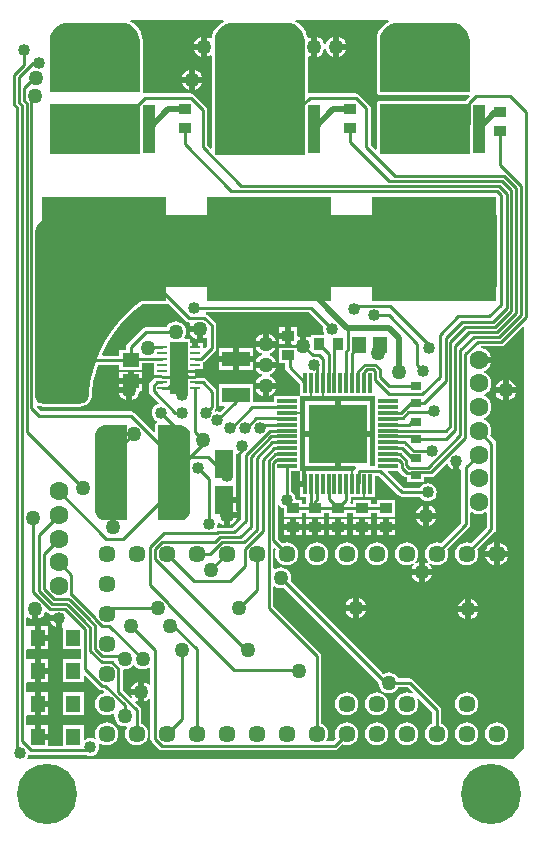
<source format=gtl>
G04 Layer_Physical_Order=1*
G04 Layer_Color=255*
%FSAX24Y24*%
%MOIN*%
G70*
G01*
G75*
%ADD10R,0.0480X0.0560*%
%ADD11R,0.0925X0.0512*%
G04:AMPARAMS|DCode=12|XSize=106.3mil|YSize=315mil|CornerRadius=53.2mil|HoleSize=0mil|Usage=FLASHONLY|Rotation=0.000|XOffset=0mil|YOffset=0mil|HoleType=Round|Shape=RoundedRectangle|*
%AMROUNDEDRECTD12*
21,1,0.1063,0.2087,0,0,0.0*
21,1,0.0000,0.3150,0,0,0.0*
1,1,0.1063,0.0000,-0.1043*
1,1,0.1063,0.0000,-0.1043*
1,1,0.1063,0.0000,0.1043*
1,1,0.1063,0.0000,0.1043*
%
%ADD12ROUNDEDRECTD12*%
%ADD13R,0.0394X0.0354*%
%ADD14R,0.1969X0.1969*%
%ADD15R,0.0669X0.0118*%
%ADD16R,0.0118X0.0669*%
%ADD17R,0.0610X0.0945*%
%ADD18R,0.0571X0.0453*%
%ADD19R,0.0354X0.0098*%
%ADD20R,0.0587X0.1732*%
%ADD21R,0.0354X0.0394*%
%ADD22R,0.0453X0.0571*%
%ADD23R,0.4173X0.3465*%
%ADD24R,0.0413X0.1634*%
%ADD25R,0.0354X0.0276*%
%ADD26C,0.0100*%
%ADD27C,0.0200*%
%ADD28R,0.3005X0.1700*%
%ADD29C,0.0630*%
%ADD30C,0.0570*%
%ADD31C,0.2010*%
%ADD32C,0.0500*%
%ADD33C,0.0400*%
%ADD34C,0.0200*%
G36*
X066418Y040691D02*
X066531Y040657D01*
X066635Y040601D01*
X066726Y040526D01*
X066801Y040435D01*
X066857Y040331D01*
X066891Y040218D01*
X066900Y040129D01*
X066900Y040100D01*
X066900Y038400D01*
X063900D01*
Y040100D01*
Y040129D01*
X063909Y040218D01*
X063943Y040331D01*
X063999Y040435D01*
X064074Y040526D01*
X064165Y040601D01*
X064269Y040657D01*
X064382Y040691D01*
X064471Y040700D01*
X064500D01*
X066300Y040700D01*
X066329Y040700D01*
X066418Y040691D01*
D02*
G37*
G36*
X055418D02*
X055531Y040657D01*
X055635Y040601D01*
X055726Y040526D01*
X055801Y040435D01*
X055857Y040331D01*
X055891Y040218D01*
X055900Y040129D01*
X055900Y040100D01*
X055900Y038400D01*
X052900D01*
Y040100D01*
Y040129D01*
X052909Y040218D01*
X052943Y040331D01*
X052999Y040435D01*
X053074Y040526D01*
X053165Y040601D01*
X053269Y040657D01*
X053382Y040691D01*
X053471Y040700D01*
X053500D01*
X055300Y040700D01*
X055329Y040700D01*
X055418Y040691D01*
D02*
G37*
G36*
X067800Y031900D02*
X056714Y031900D01*
X056714Y031900D01*
X056640Y031865D01*
X056425Y031747D01*
X056200Y031586D01*
X056130Y031526D01*
Y031526D01*
X056016Y031453D01*
X055691Y031209D01*
X055422Y030962D01*
X055175Y030693D01*
X054952Y030403D01*
X054756Y030095D01*
X054587Y029770D01*
X054447Y029433D01*
X054337Y029084D01*
X054258Y028727D01*
X054217Y028403D01*
X054209Y028295D01*
X054209Y028295D01*
X054207Y028259D01*
X054170Y028157D01*
X054119Y028091D01*
X054053Y028040D01*
X053975Y028008D01*
X053913Y028000D01*
X053893D01*
X052700Y028000D01*
Y028000D01*
X052680D01*
X052622Y028008D01*
X052549Y028038D01*
X052486Y028086D01*
X052438Y028149D01*
X052408Y028222D01*
X052400Y028280D01*
Y028300D01*
Y033600D01*
Y033634D01*
X052410Y033737D01*
X052450Y033869D01*
X052515Y033991D01*
X052603Y034097D01*
X052709Y034185D01*
X052831Y034250D01*
X052963Y034290D01*
X053066Y034300D01*
X053100D01*
X067800Y034300D01*
Y031900D01*
D02*
G37*
G36*
X056375Y029054D02*
X056374D01*
Y029005D01*
X056375D01*
Y028954D01*
X056651D01*
Y028859D01*
X056467D01*
X056467Y028859D01*
X056448Y028856D01*
X056375D01*
Y028825D01*
X056374Y028824D01*
Y028824D01*
X056360Y028815D01*
X056360Y028815D01*
X056258Y028712D01*
X056225Y028663D01*
X056213Y028605D01*
X056213Y028605D01*
Y028417D01*
X056213Y028417D01*
X056225Y028359D01*
X056258Y028310D01*
X056530Y028037D01*
X056511Y027986D01*
X056449Y027961D01*
X056387Y027913D01*
X056339Y027850D01*
X056309Y027778D01*
X056299Y027700D01*
X056309Y027622D01*
X056339Y027550D01*
X056387Y027487D01*
X056449Y027439D01*
X056491Y027422D01*
X056486Y027370D01*
X056473Y027368D01*
X056441Y027346D01*
X056419Y027313D01*
X056411Y027275D01*
Y027076D01*
X056365Y027057D01*
X055715Y027707D01*
X055666Y027740D01*
X055608Y027751D01*
X055608Y027751D01*
X052613D01*
X052470Y027894D01*
X052467Y027909D01*
X052469Y027913D01*
X052471Y027916D01*
X052479Y027922D01*
X052529Y027937D01*
X052583Y027915D01*
X052596Y027912D01*
X052609Y027908D01*
X052667Y027901D01*
X052674Y027901D01*
X052680Y027900D01*
X052700D01*
X052700Y027900D01*
X053913Y027900D01*
X053920Y027901D01*
X053927Y027901D01*
X053989Y027909D01*
X054001Y027913D01*
X054014Y027915D01*
X054091Y027947D01*
X054102Y027955D01*
X054114Y027961D01*
X054180Y028011D01*
X054189Y028021D01*
X054199Y028030D01*
X054249Y028096D01*
X054256Y028110D01*
X054264Y028123D01*
X054301Y028225D01*
X054303Y028238D01*
X054307Y028252D01*
X054309Y028287D01*
X054309Y028287D01*
X054309Y028287D01*
X054309Y028288D01*
X054309Y028288D01*
X054317Y028394D01*
X054357Y028710D01*
X054434Y029058D01*
X054512Y029303D01*
X055216D01*
Y029130D01*
X055984D01*
Y029344D01*
X056375D01*
Y029054D01*
D02*
G37*
G36*
X055488Y024125D02*
X054701D01*
X054643Y024133D01*
X054572Y024163D01*
X054510Y024210D01*
X054463Y024272D01*
X054433Y024343D01*
X054425Y024401D01*
Y024420D01*
Y026980D01*
Y026999D01*
X054433Y027057D01*
X054463Y027128D01*
X054510Y027190D01*
X054572Y027237D01*
X054643Y027267D01*
X054701Y027275D01*
X054720Y027275D01*
Y027275D01*
X055488D01*
Y024125D01*
D02*
G37*
G36*
X068700Y030546D02*
Y016800D01*
Y016500D01*
X068350Y016150D01*
X052179D01*
X052157Y016195D01*
X052161Y016200D01*
X052189Y016269D01*
X052194Y016276D01*
X052199Y016281D01*
X052245Y016305D01*
X052276Y016299D01*
X052276Y016299D01*
X054103D01*
X054173Y016270D01*
X054250Y016260D01*
X054328Y016270D01*
X054401Y016300D01*
X054463Y016348D01*
X054511Y016410D01*
X054541Y016483D01*
X054552Y016561D01*
X054541Y016639D01*
X054533Y016659D01*
X054574Y016690D01*
X054607Y016665D01*
X054700Y016626D01*
X054800Y016613D01*
X054900Y016626D01*
X054993Y016665D01*
X055073Y016727D01*
X055135Y016807D01*
X055174Y016900D01*
X055187Y017000D01*
X055174Y017100D01*
X055135Y017193D01*
X055073Y017273D01*
X054993Y017335D01*
X054900Y017374D01*
X054800Y017387D01*
X054700Y017374D01*
X054607Y017335D01*
X054527Y017273D01*
X054465Y017193D01*
X054426Y017100D01*
X054413Y017000D01*
X054426Y016900D01*
X054448Y016849D01*
X054407Y016817D01*
X054401Y016821D01*
X054328Y016851D01*
X054250Y016862D01*
X054173Y016851D01*
X054100Y016821D01*
X054079Y016805D01*
X054029Y016830D01*
Y017278D01*
X053352D01*
Y016601D01*
X052840D01*
Y016800D01*
X052500D01*
Y016900D01*
X052400D01*
Y017280D01*
X052160D01*
X052124Y017314D01*
Y017586D01*
X052160Y017620D01*
X052174Y017620D01*
X052400D01*
Y018000D01*
Y018380D01*
X052174D01*
X052160Y018380D01*
X052124Y018414D01*
Y018686D01*
X052160Y018720D01*
X052174Y018720D01*
X052400D01*
Y019100D01*
Y019480D01*
X052174D01*
X052160Y019480D01*
X052124Y019514D01*
Y019786D01*
X052160Y019820D01*
X052174Y019820D01*
X052400D01*
Y020200D01*
Y020580D01*
X052174D01*
X052160Y020580D01*
X052124Y020614D01*
Y020857D01*
X052174Y020882D01*
X052223Y020844D01*
X052300Y020813D01*
Y021150D01*
X052500D01*
Y020813D01*
X052577Y020844D01*
X052650Y020900D01*
X052706Y020973D01*
X052738Y021052D01*
X052786Y021074D01*
X052787Y021074D01*
X052810Y021052D01*
X052810Y021052D01*
X052859Y021019D01*
X052889Y021013D01*
X052919Y020965D01*
X052920Y020958D01*
X052917Y020950D01*
X053200D01*
Y020850D01*
X053300D01*
Y020567D01*
X053302Y020568D01*
X053352Y020534D01*
Y019822D01*
X053937D01*
Y019478D01*
X053352D01*
Y018722D01*
X054029D01*
Y018934D01*
X054075Y018954D01*
X054530Y018499D01*
X054530Y018499D01*
X054579Y018466D01*
X054637Y018455D01*
X054637Y018455D01*
X054689D01*
X054722Y018422D01*
X054706Y018374D01*
X054700Y018374D01*
X054607Y018335D01*
X054527Y018273D01*
X054465Y018193D01*
X054426Y018100D01*
X054413Y018000D01*
X054426Y017900D01*
X054465Y017807D01*
X054527Y017727D01*
X054607Y017665D01*
X054700Y017626D01*
X054800Y017613D01*
X054900Y017626D01*
X054993Y017665D01*
X055008Y017676D01*
X055055Y017649D01*
X055049Y017600D01*
X055061Y017509D01*
X055096Y017424D01*
X055152Y017351D01*
X055224Y017296D01*
X055309Y017261D01*
X055400Y017249D01*
X055449Y017255D01*
X055476Y017208D01*
X055465Y017193D01*
X055426Y017100D01*
X055413Y017000D01*
X055426Y016900D01*
X055465Y016807D01*
X055527Y016727D01*
X055607Y016665D01*
X055700Y016626D01*
X055800Y016613D01*
X055900Y016626D01*
X055993Y016665D01*
X056073Y016727D01*
X056135Y016807D01*
X056174Y016900D01*
X056187Y017000D01*
X056174Y017100D01*
X056135Y017193D01*
X056073Y017273D01*
X055993Y017335D01*
X055951Y017352D01*
Y017782D01*
X055951Y017782D01*
X055940Y017840D01*
X055907Y017889D01*
X055907Y017889D01*
X055737Y018059D01*
X055770Y018097D01*
X055773Y018094D01*
X055850Y018063D01*
Y018300D01*
X055613D01*
X055644Y018223D01*
X055647Y018220D01*
X055609Y018187D01*
X055345Y018451D01*
Y019118D01*
X055383Y019151D01*
X055400Y019149D01*
X055491Y019161D01*
X055576Y019196D01*
X055648Y019252D01*
X055675Y019286D01*
X055725D01*
X055752Y019252D01*
X055824Y019196D01*
X055909Y019161D01*
X056000Y019149D01*
X056091Y019161D01*
X056176Y019196D01*
X056205Y019218D01*
X056255Y019193D01*
Y018656D01*
X056207Y018640D01*
X056200Y018650D01*
X056127Y018706D01*
X056050Y018737D01*
Y018400D01*
Y018063D01*
X056127Y018094D01*
X056200Y018150D01*
X056207Y018160D01*
X056255Y018144D01*
Y016837D01*
X056255Y016837D01*
X056266Y016779D01*
X056299Y016730D01*
X056530Y016499D01*
X056530Y016499D01*
X056579Y016466D01*
X056637Y016455D01*
X058370D01*
X058400Y016449D01*
X062400D01*
X062400Y016449D01*
X062458Y016460D01*
X062507Y016493D01*
X062658Y016644D01*
X062700Y016626D01*
X062800Y016613D01*
X062900Y016626D01*
X062993Y016665D01*
X063073Y016727D01*
X063135Y016807D01*
X063174Y016900D01*
X063187Y017000D01*
X063174Y017100D01*
X063135Y017193D01*
X063073Y017273D01*
X062993Y017335D01*
X062900Y017374D01*
X062800Y017387D01*
X062700Y017374D01*
X062607Y017335D01*
X062527Y017273D01*
X062465Y017193D01*
X062426Y017100D01*
X062413Y017000D01*
X062426Y016900D01*
X062444Y016858D01*
X062337Y016751D01*
X062149D01*
X062127Y016796D01*
X062135Y016807D01*
X062174Y016900D01*
X062187Y017000D01*
X062174Y017100D01*
X062135Y017193D01*
X062073Y017273D01*
X061993Y017335D01*
X061951Y017352D01*
Y019600D01*
X061940Y019658D01*
X061907Y019707D01*
X061907Y019707D01*
X060349Y021265D01*
Y021891D01*
X060399Y021915D01*
X060424Y021896D01*
X060509Y021861D01*
X060600Y021849D01*
X060691Y021861D01*
X060715Y021871D01*
X063853Y018733D01*
X063849Y018700D01*
X063861Y018609D01*
X063896Y018524D01*
X063952Y018451D01*
X064024Y018396D01*
X064109Y018361D01*
X064200Y018349D01*
X064291Y018361D01*
X064376Y018396D01*
X064448Y018451D01*
X064504Y018524D01*
X064514Y018549D01*
X064837D01*
X064999Y018387D01*
X064971Y018344D01*
X064900Y018374D01*
X064800Y018387D01*
X064700Y018374D01*
X064607Y018335D01*
X064527Y018273D01*
X064465Y018193D01*
X064426Y018100D01*
X064413Y018000D01*
X064426Y017900D01*
X064465Y017807D01*
X064527Y017727D01*
X064607Y017665D01*
X064700Y017626D01*
X064800Y017613D01*
X064900Y017626D01*
X064993Y017665D01*
X065073Y017727D01*
X065135Y017807D01*
X065174Y017900D01*
X065187Y018000D01*
X065174Y018100D01*
X065144Y018171D01*
X065187Y018199D01*
X065649Y017737D01*
Y017352D01*
X065607Y017335D01*
X065527Y017273D01*
X065465Y017193D01*
X065426Y017100D01*
X065413Y017000D01*
X065426Y016900D01*
X065465Y016807D01*
X065527Y016727D01*
X065607Y016665D01*
X065700Y016626D01*
X065800Y016613D01*
X065900Y016626D01*
X065993Y016665D01*
X066073Y016727D01*
X066135Y016807D01*
X066174Y016900D01*
X066187Y017000D01*
X066174Y017100D01*
X066135Y017193D01*
X066073Y017273D01*
X065993Y017335D01*
X065951Y017352D01*
Y017800D01*
X065940Y017858D01*
X065907Y017907D01*
X065907Y017907D01*
X065007Y018807D01*
X064958Y018840D01*
X064900Y018851D01*
X064900Y018851D01*
X064514D01*
X064504Y018876D01*
X064448Y018949D01*
X064376Y019004D01*
X064291Y019039D01*
X064200Y019051D01*
X064109Y019039D01*
X064024Y019004D01*
X064016Y018998D01*
X060929Y022085D01*
X060939Y022109D01*
X060951Y022200D01*
X060939Y022291D01*
X060904Y022376D01*
X060848Y022448D01*
X060776Y022504D01*
X060691Y022539D01*
X060600Y022551D01*
X060509Y022539D01*
X060424Y022504D01*
X060399Y022485D01*
X060349Y022509D01*
Y023172D01*
X060395Y023191D01*
X060444Y023142D01*
X060426Y023100D01*
X060413Y023000D01*
X060426Y022900D01*
X060465Y022807D01*
X060527Y022727D01*
X060607Y022665D01*
X060700Y022626D01*
X060800Y022613D01*
X060900Y022626D01*
X060993Y022665D01*
X061073Y022727D01*
X061135Y022807D01*
X061174Y022900D01*
X061187Y023000D01*
X061174Y023100D01*
X061135Y023193D01*
X061073Y023273D01*
X060993Y023335D01*
X060900Y023374D01*
X060800Y023387D01*
X060700Y023374D01*
X060658Y023356D01*
X060508Y023506D01*
Y024609D01*
X060558Y024626D01*
X060587Y024587D01*
X060649Y024539D01*
X060705Y024516D01*
Y024239D01*
X061295D01*
Y024364D01*
X061455D01*
Y024239D01*
X062045D01*
Y024364D01*
X062205D01*
Y024239D01*
X062795D01*
Y024364D01*
X063005D01*
Y024239D01*
X063595D01*
Y024364D01*
X063805D01*
Y024239D01*
X064395D01*
Y024791D01*
X063805D01*
Y024666D01*
X063595D01*
Y024791D01*
X063005D01*
Y024666D01*
X062934D01*
X062909Y024716D01*
X062928Y024745D01*
X062940Y024803D01*
X062940Y024803D01*
Y024879D01*
X063144D01*
Y024881D01*
X063220D01*
Y024879D01*
X063279D01*
Y024881D01*
X063339D01*
Y025268D01*
X063350Y025285D01*
X063356Y025314D01*
X063418D01*
Y024881D01*
X063479D01*
Y024879D01*
X063538D01*
Y024881D01*
X063733D01*
Y025606D01*
X063798D01*
X063806Y025605D01*
X063860D01*
X064521Y024943D01*
X064570Y024910D01*
X064628Y024899D01*
X064628Y024899D01*
X065240D01*
X065287Y024837D01*
X065349Y024789D01*
X065422Y024759D01*
X065500Y024749D01*
X065578Y024759D01*
X065651Y024789D01*
X065713Y024837D01*
X065761Y024899D01*
X065791Y024972D01*
X065801Y025050D01*
X065791Y025128D01*
X065761Y025201D01*
X065713Y025263D01*
X065651Y025311D01*
X065578Y025341D01*
X065500Y025351D01*
X065422Y025341D01*
X065349Y025311D01*
X065287Y025263D01*
X065240Y025201D01*
X064691D01*
X064172Y025720D01*
X064191Y025767D01*
X064520D01*
X064523Y025763D01*
X064693Y025593D01*
X064742Y025560D01*
X064800Y025549D01*
X064824Y025509D01*
Y025388D01*
X065376D01*
Y025561D01*
X065612D01*
X065612Y025561D01*
X065670Y025572D01*
X065719Y025605D01*
X066113Y025999D01*
X066172Y025987D01*
X066188Y025949D01*
X066236Y025886D01*
X066299Y025838D01*
X066350Y025817D01*
Y026100D01*
X066550D01*
Y025817D01*
X066575Y025827D01*
X066625Y025796D01*
Y024039D01*
X065942Y023356D01*
X065900Y023374D01*
X065800Y023387D01*
X065700Y023374D01*
X065607Y023335D01*
X065527Y023273D01*
X065465Y023193D01*
X065426Y023100D01*
X065413Y023000D01*
X065426Y022900D01*
X065465Y022807D01*
X065519Y022736D01*
X065484Y022700D01*
X065477Y022706D01*
X065400Y022737D01*
Y022500D01*
X065637D01*
X065606Y022577D01*
X065557Y022640D01*
X065592Y022676D01*
X065607Y022665D01*
X065700Y022626D01*
X065800Y022613D01*
X065900Y022626D01*
X065993Y022665D01*
X066073Y022727D01*
X066135Y022807D01*
X066174Y022900D01*
X066187Y023000D01*
X066174Y023100D01*
X066156Y023142D01*
X066883Y023869D01*
X066883Y023869D01*
X066916Y023918D01*
X066927Y023976D01*
X066927Y023976D01*
Y024369D01*
X066972Y024392D01*
X066992Y024377D01*
X067092Y024335D01*
X067200Y024321D01*
X067308Y024335D01*
X067408Y024377D01*
X067428Y024392D01*
X067473Y024369D01*
Y023887D01*
X066942Y023356D01*
X066900Y023374D01*
X066800Y023387D01*
X066700Y023374D01*
X066607Y023335D01*
X066527Y023273D01*
X066465Y023193D01*
X066426Y023100D01*
X066413Y023000D01*
X066426Y022900D01*
X066465Y022807D01*
X066527Y022727D01*
X066607Y022665D01*
X066700Y022626D01*
X066800Y022613D01*
X066900Y022626D01*
X066993Y022665D01*
X067073Y022727D01*
X067135Y022807D01*
X067174Y022900D01*
X067187Y023000D01*
X067174Y023100D01*
X067156Y023142D01*
X067731Y023717D01*
X067731Y023717D01*
X067764Y023766D01*
X067775Y023824D01*
X067775Y023824D01*
Y026673D01*
X067764Y026731D01*
X067731Y026780D01*
X067731Y026780D01*
X067579Y026932D01*
X067603Y026989D01*
X067617Y027097D01*
X067603Y027205D01*
X067561Y027306D01*
X067495Y027392D01*
X067408Y027459D01*
X067387Y027467D01*
Y027517D01*
X067408Y027526D01*
X067495Y027593D01*
X067561Y027679D01*
X067603Y027779D01*
X067617Y027887D01*
X067603Y027995D01*
X067561Y028096D01*
X067495Y028182D01*
X067408Y028249D01*
X067390Y028256D01*
Y028306D01*
X067408Y028314D01*
X067495Y028380D01*
X067561Y028466D01*
X067603Y028567D01*
X067617Y028675D01*
X067603Y028783D01*
X067561Y028883D01*
X067495Y028970D01*
X067408Y029036D01*
X067392Y029043D01*
Y029093D01*
X067409Y029100D01*
X067496Y029166D01*
X067562Y029253D01*
X067604Y029354D01*
X067605Y029362D01*
X067200D01*
Y029562D01*
X067605D01*
X067604Y029571D01*
X067562Y029671D01*
X067496Y029758D01*
X067409Y029825D01*
X067308Y029867D01*
X067271Y029871D01*
X067274Y029922D01*
X067948D01*
X067948Y029922D01*
X068006Y029933D01*
X068055Y029966D01*
X068654Y030565D01*
X068700Y030546D01*
D02*
G37*
G36*
X057434Y030752D02*
X057434Y030752D01*
X057483Y030719D01*
X057541Y030708D01*
X057541Y030708D01*
X057560D01*
X057586Y030658D01*
X057563Y030600D01*
X057900D01*
Y030500D01*
X058000D01*
Y030163D01*
X058077Y030194D01*
X058104Y030215D01*
X058149Y030193D01*
Y029925D01*
X058073Y029849D01*
X058026Y029868D01*
Y030038D01*
X057849D01*
Y029889D01*
X057649D01*
Y030038D01*
X057593D01*
Y030166D01*
X057416D01*
X057394Y030211D01*
X057404Y030224D01*
X057439Y030309D01*
X057451Y030400D01*
X057439Y030491D01*
X057404Y030576D01*
X057348Y030649D01*
X057276Y030704D01*
X057191Y030739D01*
X057100Y030751D01*
X057009Y030739D01*
X056924Y030704D01*
X056852Y030649D01*
X056796Y030576D01*
X056786Y030551D01*
X056100D01*
X056042Y030540D01*
X055993Y030507D01*
X055993Y030507D01*
X055493Y030007D01*
X055460Y029958D01*
X055449Y029900D01*
X055449Y029900D01*
Y029779D01*
X055216D01*
Y029606D01*
X054673D01*
X054645Y029647D01*
X054678Y029728D01*
X054843Y030044D01*
X055035Y030345D01*
X055252Y030628D01*
X055493Y030891D01*
X055755Y031132D01*
X055998Y031314D01*
X056872D01*
X057434Y030752D01*
D02*
G37*
G36*
X062009Y030577D02*
X061999Y030500D01*
X062009Y030422D01*
X062039Y030350D01*
X062047Y030340D01*
X062024Y030295D01*
X061609D01*
Y030232D01*
X061559Y030208D01*
X061532Y030229D01*
X061456Y030260D01*
Y029923D01*
X061256D01*
Y030260D01*
X061197Y030236D01*
X061147Y030261D01*
Y030542D01*
X060950D01*
Y030265D01*
Y029988D01*
X060966D01*
X060996Y029947D01*
X060982Y029911D01*
X060555D01*
Y029359D01*
X060749D01*
Y029210D01*
X060749Y029210D01*
X060760Y029152D01*
X060793Y029103D01*
X061253Y028643D01*
Y028289D01*
X061239Y028260D01*
X061211Y028247D01*
X060367D01*
Y028044D01*
X059661D01*
Y028650D01*
X058539D01*
Y027941D01*
X058711D01*
X058730Y027895D01*
X058571Y027736D01*
X058494Y027746D01*
X058416Y027736D01*
X058414Y027737D01*
X058407Y027793D01*
X058407Y027793D01*
X058407Y027793D01*
X058440Y027842D01*
X058451Y027900D01*
X058451Y027900D01*
Y028405D01*
X058451Y028405D01*
X058440Y028463D01*
X058407Y028512D01*
X058407Y028512D01*
X058104Y028815D01*
X058055Y028848D01*
X058026Y028853D01*
Y028853D01*
X058025Y028854D01*
Y028856D01*
X058015D01*
X057997Y028859D01*
X057749D01*
Y029005D01*
D01*
Y029151D01*
X058025D01*
Y029202D01*
X058026D01*
Y029251D01*
X058025D01*
Y029378D01*
X058040Y029388D01*
X058407Y029755D01*
X058440Y029804D01*
X058451Y029862D01*
X058451Y029862D01*
Y030608D01*
X058451Y030608D01*
X058440Y030666D01*
X058407Y030715D01*
X058407Y030715D01*
X058156Y030966D01*
X058107Y030999D01*
X058113Y031049D01*
X061537D01*
X062009Y030577D01*
D02*
G37*
G36*
X057357Y027267D02*
X057428Y027237D01*
X057490Y027190D01*
X057537Y027128D01*
X057567Y027057D01*
X057575Y026999D01*
Y026980D01*
Y024420D01*
Y024401D01*
X057567Y024343D01*
X057537Y024272D01*
X057490Y024210D01*
X057428Y024163D01*
X057357Y024133D01*
X057299Y024125D01*
X056512D01*
Y027275D01*
X057299D01*
X057357Y027267D01*
D02*
G37*
G36*
X064186Y040800D02*
X064209Y040773D01*
X064200Y040734D01*
X064118Y040690D01*
X064110Y040684D01*
X064101Y040679D01*
X064010Y040604D01*
X064004Y040596D01*
X063996Y040590D01*
X063921Y040499D01*
X063916Y040490D01*
X063910Y040482D01*
X063854Y040378D01*
X063852Y040369D01*
X063847Y040360D01*
X063813Y040247D01*
X063812Y040237D01*
X063809Y040227D01*
X063800Y040139D01*
X063801Y040134D01*
X063800Y040129D01*
Y038400D01*
X063807Y038362D01*
X063829Y038329D01*
X063862Y038307D01*
X063900Y038300D01*
X066876D01*
X066897Y038250D01*
X066777Y038130D01*
X066758Y038100D01*
X063895D01*
X063856Y038093D01*
X063824Y038071D01*
X063802Y038038D01*
X063795Y038000D01*
Y036485D01*
X063748Y036466D01*
X063601Y036613D01*
Y037850D01*
X063601Y037850D01*
X063590Y037908D01*
X063557Y037957D01*
X063557Y037957D01*
X063207Y038307D01*
X063158Y038340D01*
X063100Y038351D01*
X063100Y038351D01*
X061562D01*
X061550Y038349D01*
X061500Y038390D01*
X061500Y039571D01*
X061550Y039591D01*
X061618Y039563D01*
Y039900D01*
Y040237D01*
X061542Y040206D01*
X061538Y040202D01*
X061492Y040222D01*
X061491Y040227D01*
X061488Y040237D01*
X061487Y040247D01*
X061453Y040360D01*
X061448Y040369D01*
X061446Y040378D01*
X061390Y040482D01*
X061384Y040490D01*
X061379Y040499D01*
X061304Y040590D01*
X061296Y040596D01*
X061290Y040604D01*
X061199Y040679D01*
X061190Y040684D01*
X061182Y040690D01*
X061100Y040734D01*
X061091Y040773D01*
X061114Y040800D01*
X064186D01*
D02*
G37*
G36*
X059222Y026308D02*
X059283Y026300D01*
X059290Y026291D01*
X059290Y026291D01*
Y024163D01*
X058990Y023863D01*
X058521D01*
X058487Y023901D01*
X058484Y023906D01*
X058491Y023922D01*
X058501Y024000D01*
X058496Y024039D01*
X058544Y024059D01*
X058550Y024050D01*
X058623Y023994D01*
X058700Y023963D01*
Y024300D01*
X058800D01*
Y024400D01*
X059137D01*
X059106Y024477D01*
X059105Y024477D01*
Y024700D01*
X058700D01*
Y024900D01*
X059105D01*
Y025372D01*
X059105D01*
X059101Y025422D01*
X059104Y025430D01*
X059104D01*
Y025493D01*
X059108Y025505D01*
X059118Y025583D01*
X059108Y025660D01*
X059104Y025672D01*
Y026316D01*
X059117Y026323D01*
X059154Y026336D01*
X059222Y026308D01*
D02*
G37*
G36*
X062040Y028267D02*
X062101D01*
Y028265D01*
X062160D01*
Y028267D01*
X063711D01*
X063739Y028253D01*
X063753Y028225D01*
Y027932D01*
Y027538D01*
Y027144D01*
Y026751D01*
Y026357D01*
Y025909D01*
X063631D01*
X063584Y025916D01*
X063584Y025959D01*
Y026900D01*
X062600D01*
Y025916D01*
X063090D01*
X063105Y025866D01*
X063104Y025865D01*
X063071Y025815D01*
X063059Y025757D01*
Y025748D01*
X063059D01*
Y025747D01*
X063024D01*
Y025314D01*
X062946D01*
Y025747D01*
X062885D01*
Y025748D01*
X062826D01*
Y025747D01*
X061569D01*
Y025748D01*
X061510D01*
Y025747D01*
X061450D01*
Y025314D01*
X061410D01*
Y025214D01*
X061251D01*
Y024879D01*
X061456D01*
Y024791D01*
X061455D01*
Y024666D01*
X061295D01*
Y024791D01*
X061109D01*
X061101Y024800D01*
X061091Y024878D01*
X061061Y024950D01*
X061013Y025013D01*
X060951Y025060D01*
Y025767D01*
X061209D01*
X061238Y025754D01*
X061251Y025724D01*
Y025414D01*
X061310D01*
Y025748D01*
X061276D01*
X061246Y025761D01*
X061233Y025791D01*
Y025963D01*
Y026357D01*
Y026751D01*
Y027144D01*
Y027537D01*
X061235D01*
Y027596D01*
X061233D01*
Y027656D01*
X060800D01*
Y027735D01*
X061233D01*
Y027796D01*
X061235D01*
Y027855D01*
X061233D01*
Y028225D01*
X061246Y028253D01*
X061275Y028267D01*
X061448D01*
Y028265D01*
X061507D01*
Y028267D01*
X061568D01*
Y028700D01*
X061646D01*
Y028267D01*
X061707D01*
Y028265D01*
X061766D01*
Y028267D01*
X061842D01*
Y028265D01*
X061901D01*
Y028267D01*
X061961D01*
Y028700D01*
X062040D01*
Y028267D01*
D02*
G37*
G36*
X060918Y040691D02*
X061031Y040657D01*
X061135Y040601D01*
X061226Y040526D01*
X061301Y040435D01*
X061357Y040331D01*
X061391Y040218D01*
X061400Y040129D01*
X061400Y040100D01*
X061400Y036300D01*
X058400D01*
Y040100D01*
X058400Y040129D01*
X058409Y040218D01*
X058443Y040331D01*
X058499Y040435D01*
X058574Y040526D01*
X058665Y040601D01*
X058769Y040657D01*
X058882Y040691D01*
X058971Y040700D01*
X059000Y040700D01*
X060800Y040700D01*
Y040700D01*
X060829Y040700D01*
X060918Y040691D01*
D02*
G37*
G36*
X058686Y040800D02*
X058709Y040773D01*
X058700Y040734D01*
X058618Y040690D01*
X058610Y040684D01*
X058601Y040679D01*
X058510Y040604D01*
X058504Y040596D01*
X058496Y040590D01*
X058421Y040499D01*
X058416Y040490D01*
X058410Y040482D01*
X058354Y040378D01*
X058352Y040369D01*
X058347Y040360D01*
X058313Y040247D01*
X058312Y040237D01*
X058309Y040227D01*
X058307Y040207D01*
X058254Y040184D01*
X058227Y040206D01*
X058150Y040237D01*
Y039900D01*
Y039563D01*
X058227Y039594D01*
X058250Y039612D01*
X058300Y039587D01*
Y036525D01*
X058253Y036506D01*
X058151Y036608D01*
Y037800D01*
X058140Y037858D01*
X058107Y037907D01*
X058107Y037907D01*
X057707Y038307D01*
X057658Y038340D01*
X057600Y038351D01*
X057600Y038351D01*
X056062D01*
X056062Y038351D01*
X056038Y038347D01*
X055998Y038390D01*
X056000Y038400D01*
X056000Y040100D01*
X056000Y040129D01*
X055999Y040134D01*
X056000Y040139D01*
X055991Y040227D01*
X055988Y040237D01*
X055987Y040247D01*
X055953Y040360D01*
X055948Y040369D01*
X055946Y040378D01*
X055890Y040482D01*
X055884Y040490D01*
X055879Y040499D01*
X055804Y040590D01*
X055796Y040596D01*
X055790Y040604D01*
X055699Y040679D01*
X055690Y040684D01*
X055682Y040690D01*
X055600Y040734D01*
X055591Y040773D01*
X055614Y040800D01*
X058686D01*
D02*
G37*
%LPC*%
G36*
X067700Y022900D02*
X067425D01*
X067425Y022899D01*
X067464Y022806D01*
X067525Y022725D01*
X067606Y022664D01*
X067699Y022625D01*
X067700Y022625D01*
Y022900D01*
D02*
G37*
G36*
X068175D02*
X067900D01*
Y022625D01*
X067901Y022625D01*
X067994Y022664D01*
X068075Y022725D01*
X068136Y022806D01*
X068175Y022899D01*
X068175Y022900D01*
D02*
G37*
G36*
X063800Y023387D02*
X063700Y023374D01*
X063607Y023335D01*
X063527Y023273D01*
X063465Y023193D01*
X063426Y023100D01*
X063413Y023000D01*
X063426Y022900D01*
X063465Y022807D01*
X063527Y022727D01*
X063607Y022665D01*
X063700Y022626D01*
X063800Y022613D01*
X063900Y022626D01*
X063993Y022665D01*
X064073Y022727D01*
X064135Y022807D01*
X064174Y022900D01*
X064187Y023000D01*
X064174Y023100D01*
X064135Y023193D01*
X064073Y023273D01*
X063993Y023335D01*
X063900Y023374D01*
X063800Y023387D01*
D02*
G37*
G36*
X061800D02*
X061700Y023374D01*
X061607Y023335D01*
X061527Y023273D01*
X061465Y023193D01*
X061426Y023100D01*
X061413Y023000D01*
X061426Y022900D01*
X061465Y022807D01*
X061527Y022727D01*
X061607Y022665D01*
X061700Y022626D01*
X061800Y022613D01*
X061900Y022626D01*
X061993Y022665D01*
X062073Y022727D01*
X062135Y022807D01*
X062174Y022900D01*
X062187Y023000D01*
X062174Y023100D01*
X062135Y023193D01*
X062073Y023273D01*
X061993Y023335D01*
X061900Y023374D01*
X061800Y023387D01*
D02*
G37*
G36*
X062800D02*
X062700Y023374D01*
X062607Y023335D01*
X062527Y023273D01*
X062465Y023193D01*
X062426Y023100D01*
X062413Y023000D01*
X062426Y022900D01*
X062465Y022807D01*
X062527Y022727D01*
X062607Y022665D01*
X062700Y022626D01*
X062800Y022613D01*
X062900Y022626D01*
X062993Y022665D01*
X063073Y022727D01*
X063135Y022807D01*
X063174Y022900D01*
X063187Y023000D01*
X063174Y023100D01*
X063135Y023193D01*
X063073Y023273D01*
X062993Y023335D01*
X062900Y023374D01*
X062800Y023387D01*
D02*
G37*
G36*
X064800D02*
X064700Y023374D01*
X064607Y023335D01*
X064527Y023273D01*
X064465Y023193D01*
X064426Y023100D01*
X064413Y023000D01*
X064426Y022900D01*
X064465Y022807D01*
X064527Y022727D01*
X064607Y022665D01*
X064700Y022626D01*
X064800Y022613D01*
X064900Y022626D01*
X064993Y022665D01*
X065008Y022676D01*
X065043Y022640D01*
X064994Y022577D01*
X064963Y022500D01*
X065200D01*
Y022737D01*
X065123Y022706D01*
X065116Y022700D01*
X065081Y022736D01*
X065135Y022807D01*
X065174Y022900D01*
X065187Y023000D01*
X065174Y023100D01*
X065135Y023193D01*
X065073Y023273D01*
X064993Y023335D01*
X064900Y023374D01*
X064800Y023387D01*
D02*
G37*
G36*
X065200Y022300D02*
X064963D01*
X064994Y022223D01*
X065050Y022150D01*
X065123Y022094D01*
X065200Y022063D01*
Y022300D01*
D02*
G37*
G36*
X065637D02*
X065400D01*
Y022063D01*
X065477Y022094D01*
X065550Y022150D01*
X065606Y022223D01*
X065637Y022300D01*
D02*
G37*
G36*
X067700Y023375D02*
X067699Y023375D01*
X067606Y023336D01*
X067525Y023275D01*
X067464Y023194D01*
X067425Y023101D01*
X067425Y023100D01*
X067700D01*
Y023375D01*
D02*
G37*
G36*
X063597Y023785D02*
X063400D01*
Y023608D01*
X063597D01*
Y023785D01*
D02*
G37*
G36*
X063200D02*
X063003D01*
Y023608D01*
X063200D01*
Y023785D01*
D02*
G37*
G36*
X062797D02*
X062600D01*
Y023608D01*
X062797D01*
Y023785D01*
D02*
G37*
G36*
X065350Y024170D02*
X065113D01*
X065144Y024094D01*
X065200Y024020D01*
X065273Y023964D01*
X065350Y023933D01*
Y024170D01*
D02*
G37*
G36*
X064397Y023785D02*
X064200D01*
Y023608D01*
X064397D01*
Y023785D01*
D02*
G37*
G36*
X064000D02*
X063803D01*
Y023608D01*
X064000D01*
Y023785D01*
D02*
G37*
G36*
X061297D02*
X061100D01*
Y023608D01*
X061297D01*
Y023785D01*
D02*
G37*
G36*
X060900D02*
X060703D01*
Y023608D01*
X060900D01*
Y023785D01*
D02*
G37*
G36*
X067900Y023375D02*
Y023100D01*
X068175D01*
X068175Y023101D01*
X068136Y023194D01*
X068075Y023275D01*
X067994Y023336D01*
X067901Y023375D01*
X067900Y023375D01*
D02*
G37*
G36*
X062400Y023785D02*
X062203D01*
Y023608D01*
X062400D01*
Y023785D01*
D02*
G37*
G36*
X062047D02*
X061850D01*
Y023608D01*
X062047D01*
Y023785D01*
D02*
G37*
G36*
X061650D02*
X061453D01*
Y023608D01*
X061650D01*
Y023785D01*
D02*
G37*
G36*
X052840Y017900D02*
X052600D01*
Y017620D01*
X052840D01*
Y017900D01*
D02*
G37*
G36*
X066800Y018387D02*
X066700Y018374D01*
X066607Y018335D01*
X066527Y018273D01*
X066465Y018193D01*
X066426Y018100D01*
X066413Y018000D01*
X066426Y017900D01*
X066465Y017807D01*
X066527Y017727D01*
X066607Y017665D01*
X066700Y017626D01*
X066800Y017613D01*
X066900Y017626D01*
X066993Y017665D01*
X067073Y017727D01*
X067135Y017807D01*
X067174Y017900D01*
X067187Y018000D01*
X067174Y018100D01*
X067135Y018193D01*
X067073Y018273D01*
X066993Y018335D01*
X066900Y018374D01*
X066800Y018387D01*
D02*
G37*
G36*
X063800D02*
X063700Y018374D01*
X063607Y018335D01*
X063527Y018273D01*
X063465Y018193D01*
X063426Y018100D01*
X063413Y018000D01*
X063426Y017900D01*
X063465Y017807D01*
X063527Y017727D01*
X063607Y017665D01*
X063700Y017626D01*
X063800Y017613D01*
X063900Y017626D01*
X063993Y017665D01*
X064073Y017727D01*
X064135Y017807D01*
X064174Y017900D01*
X064187Y018000D01*
X064174Y018100D01*
X064135Y018193D01*
X064073Y018273D01*
X063993Y018335D01*
X063900Y018374D01*
X063800Y018387D01*
D02*
G37*
G36*
X055850Y018737D02*
X055773Y018706D01*
X055700Y018650D01*
X055644Y018577D01*
X055613Y018500D01*
X055850D01*
Y018737D01*
D02*
G37*
G36*
X052600Y018380D02*
Y018100D01*
X052840D01*
Y018380D01*
X052600D01*
D02*
G37*
G36*
X054029Y018378D02*
X053352D01*
Y017622D01*
X054029D01*
Y018378D01*
D02*
G37*
G36*
X066800Y017387D02*
X066700Y017374D01*
X066607Y017335D01*
X066527Y017273D01*
X066465Y017193D01*
X066426Y017100D01*
X066413Y017000D01*
X066426Y016900D01*
X066465Y016807D01*
X066527Y016727D01*
X066607Y016665D01*
X066700Y016626D01*
X066800Y016613D01*
X066900Y016626D01*
X066993Y016665D01*
X067073Y016727D01*
X067135Y016807D01*
X067174Y016900D01*
X067187Y017000D01*
X067174Y017100D01*
X067135Y017193D01*
X067073Y017273D01*
X066993Y017335D01*
X066900Y017374D01*
X066800Y017387D01*
D02*
G37*
G36*
X064800D02*
X064700Y017374D01*
X064607Y017335D01*
X064527Y017273D01*
X064465Y017193D01*
X064426Y017100D01*
X064413Y017000D01*
X064426Y016900D01*
X064465Y016807D01*
X064527Y016727D01*
X064607Y016665D01*
X064700Y016626D01*
X064800Y016613D01*
X064900Y016626D01*
X064993Y016665D01*
X065073Y016727D01*
X065135Y016807D01*
X065174Y016900D01*
X065187Y017000D01*
X065174Y017100D01*
X065135Y017193D01*
X065073Y017273D01*
X064993Y017335D01*
X064900Y017374D01*
X064800Y017387D01*
D02*
G37*
G36*
X063800D02*
X063700Y017374D01*
X063607Y017335D01*
X063527Y017273D01*
X063465Y017193D01*
X063426Y017100D01*
X063413Y017000D01*
X063426Y016900D01*
X063465Y016807D01*
X063527Y016727D01*
X063607Y016665D01*
X063700Y016626D01*
X063800Y016613D01*
X063900Y016626D01*
X063993Y016665D01*
X064073Y016727D01*
X064135Y016807D01*
X064174Y016900D01*
X064187Y017000D01*
X064174Y017100D01*
X064135Y017193D01*
X064073Y017273D01*
X063993Y017335D01*
X063900Y017374D01*
X063800Y017387D01*
D02*
G37*
G36*
X062800Y018387D02*
X062700Y018374D01*
X062607Y018335D01*
X062527Y018273D01*
X062465Y018193D01*
X062426Y018100D01*
X062413Y018000D01*
X062426Y017900D01*
X062465Y017807D01*
X062527Y017727D01*
X062607Y017665D01*
X062700Y017626D01*
X062800Y017613D01*
X062900Y017626D01*
X062993Y017665D01*
X063073Y017727D01*
X063135Y017807D01*
X063174Y017900D01*
X063187Y018000D01*
X063174Y018100D01*
X063135Y018193D01*
X063073Y018273D01*
X062993Y018335D01*
X062900Y018374D01*
X062800Y018387D01*
D02*
G37*
G36*
X052600Y017280D02*
Y017000D01*
X052840D01*
Y017280D01*
X052600D01*
D02*
G37*
G36*
X067800Y017387D02*
X067700Y017374D01*
X067607Y017335D01*
X067527Y017273D01*
X067465Y017193D01*
X067426Y017100D01*
X067413Y017000D01*
X067426Y016900D01*
X067465Y016807D01*
X067527Y016727D01*
X067607Y016665D01*
X067700Y016626D01*
X067800Y016613D01*
X067900Y016626D01*
X067993Y016665D01*
X068073Y016727D01*
X068135Y016807D01*
X068174Y016900D01*
X068187Y017000D01*
X068174Y017100D01*
X068135Y017193D01*
X068073Y017273D01*
X067993Y017335D01*
X067900Y017374D01*
X067800Y017387D01*
D02*
G37*
G36*
X052840Y019000D02*
X052600D01*
Y018720D01*
X052840D01*
Y019000D01*
D02*
G37*
G36*
X066750Y021487D02*
X066673Y021456D01*
X066600Y021400D01*
X066544Y021327D01*
X066513Y021250D01*
X066750D01*
Y021487D01*
D02*
G37*
G36*
X063437Y021100D02*
X063200D01*
Y020863D01*
X063277Y020894D01*
X063350Y020950D01*
X063406Y021023D01*
X063437Y021100D01*
D02*
G37*
G36*
X063000D02*
X062763D01*
X062794Y021023D01*
X062850Y020950D01*
X062923Y020894D01*
X063000Y020863D01*
Y021100D01*
D02*
G37*
G36*
X063200Y021537D02*
Y021300D01*
X063437D01*
X063406Y021377D01*
X063350Y021450D01*
X063277Y021506D01*
X063200Y021537D01*
D02*
G37*
G36*
X063000D02*
X062923Y021506D01*
X062850Y021450D01*
X062794Y021377D01*
X062763Y021300D01*
X063000D01*
Y021537D01*
D02*
G37*
G36*
X066950Y021487D02*
Y021250D01*
X067187D01*
X067156Y021327D01*
X067100Y021400D01*
X067027Y021456D01*
X066950Y021487D01*
D02*
G37*
G36*
X052600Y020580D02*
Y020300D01*
X052840D01*
Y020580D01*
X052600D01*
D02*
G37*
G36*
X052840Y020100D02*
X052600D01*
Y019820D01*
X052840D01*
Y020100D01*
D02*
G37*
G36*
X052600Y019480D02*
Y019200D01*
X052840D01*
Y019480D01*
X052600D01*
D02*
G37*
G36*
X067187Y021050D02*
X066950D01*
Y020813D01*
X067027Y020844D01*
X067100Y020900D01*
X067156Y020973D01*
X067187Y021050D01*
D02*
G37*
G36*
X066750D02*
X066513D01*
X066544Y020973D01*
X066600Y020900D01*
X066673Y020844D01*
X066750Y020813D01*
Y021050D01*
D02*
G37*
G36*
X053100Y020750D02*
X052917D01*
X052938Y020699D01*
X052986Y020636D01*
X053049Y020588D01*
X053100Y020567D01*
Y020750D01*
D02*
G37*
G36*
X065787Y024170D02*
X065550D01*
Y023933D01*
X065627Y023964D01*
X065700Y024020D01*
X065756Y024094D01*
X065787Y024170D01*
D02*
G37*
G36*
X059000Y029852D02*
X058537D01*
Y029596D01*
X059000D01*
Y029852D01*
D02*
G37*
G36*
X060437Y029900D02*
X059763D01*
X059794Y029823D01*
X059850Y029750D01*
X059923Y029694D01*
X059965Y029677D01*
Y029623D01*
X059923Y029606D01*
X059850Y029550D01*
X059794Y029477D01*
X059763Y029400D01*
X060437D01*
X060406Y029477D01*
X060350Y029550D01*
X060277Y029606D01*
X060235Y029623D01*
Y029677D01*
X060277Y029694D01*
X060350Y029750D01*
X060406Y029823D01*
X060437Y029900D01*
D02*
G37*
G36*
X059662Y029852D02*
X059200D01*
Y029596D01*
X059662D01*
Y029852D01*
D02*
G37*
G36*
X060000Y030337D02*
X059923Y030306D01*
X059850Y030250D01*
X059794Y030177D01*
X059763Y030100D01*
X060000D01*
Y030337D01*
D02*
G37*
G36*
X060750Y030165D02*
X060553D01*
Y029988D01*
X060750D01*
Y030165D01*
D02*
G37*
G36*
X059662Y029396D02*
X059200D01*
Y029141D01*
X059662D01*
Y029396D01*
D02*
G37*
G36*
X060437Y029200D02*
X059763D01*
X059794Y029123D01*
X059850Y029050D01*
X059923Y028994D01*
X059965Y028977D01*
Y028923D01*
X059923Y028906D01*
X059850Y028850D01*
X059794Y028777D01*
X059763Y028700D01*
X060437D01*
X060406Y028777D01*
X060350Y028850D01*
X060277Y028906D01*
X060235Y028923D01*
Y028977D01*
X060277Y028994D01*
X060350Y029050D01*
X060406Y029123D01*
X060437Y029200D01*
D02*
G37*
G36*
X068200Y028787D02*
Y028550D01*
X068437D01*
X068406Y028627D01*
X068350Y028700D01*
X068277Y028756D01*
X068200Y028787D01*
D02*
G37*
G36*
X055500Y029072D02*
X055215D01*
Y028846D01*
X055500D01*
Y029072D01*
D02*
G37*
G36*
X059000Y029396D02*
X058537D01*
Y029141D01*
X059000D01*
Y029396D01*
D02*
G37*
G36*
X055985Y029072D02*
X055700D01*
Y028846D01*
X055985D01*
Y029072D01*
D02*
G37*
G36*
X060200Y030337D02*
Y030100D01*
X060437D01*
X060406Y030177D01*
X060350Y030250D01*
X060277Y030306D01*
X060200Y030337D01*
D02*
G37*
G36*
X062787Y039800D02*
X062550D01*
Y039563D01*
X062627Y039594D01*
X062700Y039650D01*
X062756Y039723D01*
X062787Y039800D01*
D02*
G37*
G36*
X057950Y039800D02*
X057713D01*
X057744Y039723D01*
X057800Y039650D01*
X057873Y039594D01*
X057950Y039563D01*
Y039800D01*
D02*
G37*
G36*
X062350Y040237D02*
X062273Y040206D01*
X062200Y040150D01*
X062144Y040077D01*
X062109Y039991D01*
X062059Y039991D01*
X062024Y040077D01*
X061968Y040150D01*
X061895Y040206D01*
X061818Y040237D01*
Y039900D01*
Y039563D01*
X061895Y039594D01*
X061968Y039650D01*
X062024Y039723D01*
X062059Y039809D01*
X062109Y039809D01*
X062144Y039723D01*
X062200Y039650D01*
X062273Y039594D01*
X062350Y039563D01*
Y039900D01*
Y040237D01*
D02*
G37*
G36*
X062550D02*
Y040000D01*
X062787D01*
X062756Y040077D01*
X062700Y040150D01*
X062627Y040206D01*
X062550Y040237D01*
D02*
G37*
G36*
X057950Y040237D02*
X057873Y040206D01*
X057800Y040150D01*
X057744Y040077D01*
X057713Y040000D01*
X057950D01*
Y040237D01*
D02*
G37*
G36*
X057750Y039137D02*
Y038900D01*
X057987D01*
X057956Y038977D01*
X057900Y039050D01*
X057827Y039106D01*
X057750Y039137D01*
D02*
G37*
G36*
X060750Y030542D02*
X060553D01*
Y030365D01*
X060750D01*
Y030542D01*
D02*
G37*
G36*
X057800Y030400D02*
X057563D01*
X057594Y030323D01*
X057650Y030250D01*
X057723Y030194D01*
X057800Y030163D01*
Y030400D01*
D02*
G37*
G36*
X057550Y038700D02*
X057313D01*
X057344Y038623D01*
X057400Y038550D01*
X057473Y038494D01*
X057550Y038463D01*
Y038700D01*
D02*
G37*
G36*
Y039137D02*
X057473Y039106D01*
X057400Y039050D01*
X057344Y038977D01*
X057313Y038900D01*
X057550D01*
Y039137D01*
D02*
G37*
G36*
X057987Y038700D02*
X057750D01*
Y038463D01*
X057827Y038494D01*
X057900Y038550D01*
X057956Y038623D01*
X057987Y038700D01*
D02*
G37*
G36*
X062797Y024162D02*
X062600D01*
Y023985D01*
X062797D01*
Y024162D01*
D02*
G37*
G36*
X062047D02*
X061850D01*
Y023985D01*
X062047D01*
Y024162D01*
D02*
G37*
G36*
X063597D02*
X063400D01*
Y023985D01*
X063597D01*
Y024162D01*
D02*
G37*
G36*
X064397D02*
X064200D01*
Y023985D01*
X064397D01*
Y024162D01*
D02*
G37*
G36*
X061297D02*
X061100D01*
Y023985D01*
X061297D01*
Y024162D01*
D02*
G37*
G36*
X064000D02*
X063803D01*
Y023985D01*
X064000D01*
Y024162D01*
D02*
G37*
G36*
X061650D02*
X061453D01*
Y023985D01*
X061650D01*
Y024162D01*
D02*
G37*
G36*
X059137Y024200D02*
X058900D01*
Y023963D01*
X058977Y023994D01*
X059050Y024050D01*
X059106Y024123D01*
X059137Y024200D01*
D02*
G37*
G36*
X062400Y024162D02*
X062203D01*
Y023985D01*
X062400D01*
Y024162D01*
D02*
G37*
G36*
X060900D02*
X060703D01*
Y023985D01*
X060900D01*
Y024162D01*
D02*
G37*
G36*
X063200D02*
X063003D01*
Y023985D01*
X063200D01*
Y024162D01*
D02*
G37*
G36*
X065350Y024607D02*
X065273Y024576D01*
X065200Y024520D01*
X065144Y024447D01*
X065113Y024370D01*
X065350D01*
Y024607D01*
D02*
G37*
G36*
X068437Y028350D02*
X068200D01*
Y028113D01*
X068277Y028144D01*
X068350Y028200D01*
X068406Y028273D01*
X068437Y028350D01*
D02*
G37*
G36*
X068000D02*
X067763D01*
X067794Y028273D01*
X067850Y028200D01*
X067923Y028144D01*
X068000Y028113D01*
Y028350D01*
D02*
G37*
G36*
X060000Y028500D02*
X059763D01*
X059794Y028423D01*
X059850Y028350D01*
X059923Y028294D01*
X060000Y028263D01*
Y028500D01*
D02*
G37*
G36*
X068000Y028787D02*
X067923Y028756D01*
X067850Y028700D01*
X067794Y028627D01*
X067763Y028550D01*
X068000D01*
Y028787D01*
D02*
G37*
G36*
X060437Y028500D02*
X060200D01*
Y028263D01*
X060277Y028294D01*
X060350Y028350D01*
X060406Y028423D01*
X060437Y028500D01*
D02*
G37*
G36*
X055985Y028646D02*
X055600D01*
X055215D01*
Y028555D01*
X055213Y028550D01*
X055550D01*
Y028450D01*
X055650D01*
Y028113D01*
X055727Y028144D01*
X055800Y028200D01*
X055856Y028273D01*
X055891Y028359D01*
X055899Y028419D01*
X055985D01*
Y028646D01*
D02*
G37*
G36*
X062400Y026900D02*
X061416D01*
Y025916D01*
X062400D01*
Y026900D01*
D02*
G37*
G36*
X065550Y024607D02*
Y024370D01*
X065787D01*
X065756Y024447D01*
X065700Y024520D01*
X065627Y024576D01*
X065550Y024607D01*
D02*
G37*
G36*
X062400Y028084D02*
X061416D01*
Y027100D01*
X062400D01*
Y028084D01*
D02*
G37*
G36*
X055450Y028350D02*
X055213D01*
X055244Y028273D01*
X055300Y028200D01*
X055373Y028144D01*
X055450Y028113D01*
Y028350D01*
D02*
G37*
G36*
X063584Y028084D02*
X062600D01*
Y027100D01*
X063584D01*
Y028084D01*
D02*
G37*
%LPD*%
D10*
X053691Y016900D02*
D03*
X052500D02*
D03*
X053691Y018000D02*
D03*
X052500D02*
D03*
X053691Y020200D02*
D03*
X052500D02*
D03*
X053691Y019100D02*
D03*
X052500D02*
D03*
D11*
X059100Y028296D02*
D03*
Y029496D02*
D03*
D12*
X057043Y025700D02*
D03*
X054957D02*
D03*
D13*
X063300Y024515D02*
D03*
Y023885D02*
D03*
X062500Y024515D02*
D03*
Y023885D02*
D03*
X060850Y030265D02*
D03*
Y029635D02*
D03*
X057400Y037815D02*
D03*
Y037185D02*
D03*
X062900Y037815D02*
D03*
Y037185D02*
D03*
X067900Y037715D02*
D03*
Y037085D02*
D03*
X061000Y024515D02*
D03*
Y023885D02*
D03*
X061750Y024515D02*
D03*
Y023885D02*
D03*
X064100Y024515D02*
D03*
Y023885D02*
D03*
D14*
X062500Y027000D02*
D03*
D15*
X060800Y028089D02*
D03*
Y027893D02*
D03*
Y027696D02*
D03*
Y027499D02*
D03*
Y027302D02*
D03*
Y027105D02*
D03*
Y026908D02*
D03*
Y026711D02*
D03*
Y026515D02*
D03*
Y026318D02*
D03*
Y026121D02*
D03*
Y025924D02*
D03*
X064186D02*
D03*
Y026121D02*
D03*
Y026318D02*
D03*
Y026515D02*
D03*
Y026711D02*
D03*
Y026908D02*
D03*
Y027105D02*
D03*
Y027302D02*
D03*
Y027499D02*
D03*
Y027696D02*
D03*
Y027893D02*
D03*
Y028089D02*
D03*
D16*
X061410Y025314D02*
D03*
X061607D02*
D03*
X061804D02*
D03*
X062001D02*
D03*
X062198D02*
D03*
X062394D02*
D03*
X062591D02*
D03*
X062788D02*
D03*
X062985D02*
D03*
X063182D02*
D03*
X063379D02*
D03*
X063576D02*
D03*
Y028700D02*
D03*
X063379D02*
D03*
X063182D02*
D03*
X062985D02*
D03*
X062788D02*
D03*
X062591D02*
D03*
X062394D02*
D03*
X062198D02*
D03*
X062001D02*
D03*
X061804D02*
D03*
X061607D02*
D03*
X061410D02*
D03*
D17*
X058700Y024800D02*
D03*
Y026000D02*
D03*
D18*
X055600Y029454D02*
D03*
Y028746D02*
D03*
D19*
X056651Y029889D02*
D03*
Y029692D02*
D03*
Y029495D02*
D03*
Y029298D02*
D03*
Y029102D02*
D03*
Y028905D02*
D03*
Y028708D02*
D03*
Y028511D02*
D03*
X057749Y029889D02*
D03*
Y029692D02*
D03*
Y029495D02*
D03*
Y029298D02*
D03*
Y029102D02*
D03*
Y028905D02*
D03*
Y028708D02*
D03*
Y028511D02*
D03*
D20*
X057200Y029200D02*
D03*
D21*
X062515Y030000D02*
D03*
X061885D02*
D03*
D22*
X063915Y029962D02*
D03*
X063206D02*
D03*
D23*
X054700Y033145D02*
D03*
X065700D02*
D03*
X060200D02*
D03*
D24*
X053200Y037161D02*
D03*
X053700D02*
D03*
X054200D02*
D03*
X055200D02*
D03*
X055700D02*
D03*
X056200D02*
D03*
X064200D02*
D03*
X064700D02*
D03*
X065200D02*
D03*
X066200D02*
D03*
X066700D02*
D03*
X067200D02*
D03*
X058700D02*
D03*
X059200D02*
D03*
X059700D02*
D03*
X060700D02*
D03*
X061200D02*
D03*
X061700D02*
D03*
D25*
X065100Y025624D02*
D03*
Y026176D02*
D03*
Y026824D02*
D03*
Y027376D02*
D03*
Y028024D02*
D03*
Y028576D02*
D03*
D26*
X052350Y024186D02*
X052364Y024200D01*
X052350Y021726D02*
Y024186D01*
Y021726D02*
X052917Y021159D01*
X052350Y024200D02*
X052364D01*
X051973Y016753D02*
Y037944D01*
X051814Y016336D02*
Y037879D01*
X066100Y030200D02*
X066629Y030729D01*
X066100Y028750D02*
Y030200D01*
X065374Y028024D02*
X066100Y028750D01*
X065900Y028906D02*
Y030300D01*
X065322Y028329D02*
X065900Y028906D01*
Y030300D02*
X066509Y030909D01*
X067173Y030073D02*
X067948D01*
X066750Y029650D02*
X067173Y030073D01*
X066750Y026850D02*
Y029650D01*
X066591Y029791D02*
X067032Y030232D01*
X066591Y026949D02*
Y029791D01*
X067032Y030232D02*
X067882D01*
X066418Y029918D02*
X066891Y030391D01*
X066259Y030059D02*
X066750Y030550D01*
X066891Y030391D02*
X067816D01*
X066418Y027118D02*
Y029918D01*
X066750Y030550D02*
X067750D01*
X066259Y027259D02*
Y030059D01*
X066629Y030729D02*
X067679D01*
X066509Y030909D02*
X067559D01*
X063746Y029302D02*
X063903Y029145D01*
Y028897D02*
Y029145D01*
X063680Y029143D02*
X063744Y029079D01*
Y028807D02*
Y029079D01*
X063468Y029143D02*
X063680D01*
X063903Y028897D02*
X064224Y028576D01*
X063402Y029302D02*
X063746D01*
X063744Y028807D02*
X064222Y028329D01*
X063379Y029054D02*
X063468Y029143D01*
X066776Y023976D02*
Y025883D01*
X067624Y023824D02*
Y026673D01*
X067200Y027097D02*
X067624Y026673D01*
X066776Y025883D02*
X067200Y026307D01*
X068766Y030891D02*
Y037734D01*
X068250Y038250D02*
X068766Y037734D01*
X067112Y038250D02*
X068250D01*
X066884Y038023D02*
X067112Y038250D01*
X066884Y037345D02*
Y038023D01*
X052550Y027600D02*
X055608D01*
X052291Y027859D02*
X052550Y027600D01*
X052291Y027859D02*
Y038141D01*
X057081Y027700D02*
X057300D01*
X056365Y028417D02*
X057081Y027700D01*
X066700Y037161D02*
X066884Y037345D01*
X067900Y035950D02*
Y037085D01*
X067950Y031300D02*
Y034950D01*
X067559Y030909D02*
X067950Y031300D01*
X068130Y031180D02*
Y034995D01*
X067679Y030729D02*
X068130Y031180D01*
X067750Y030550D02*
X068289Y031089D01*
X067816Y030391D02*
X068448Y031023D01*
X067882Y030232D02*
X068607Y030957D01*
X067948Y030073D02*
X068766Y030891D01*
X068289Y031089D02*
Y035111D01*
X068448Y031023D02*
Y035177D01*
X068607Y030957D02*
Y035243D01*
X066105Y027105D02*
X066259Y027259D01*
X066124Y026824D02*
X066418Y027118D01*
X065612Y025712D02*
X066750Y026850D01*
X065513Y025871D02*
X066591Y026949D01*
X057039Y020569D02*
X057800Y019808D01*
X056900Y020430D02*
X057039Y020569D01*
X060800Y024800D02*
Y025924D01*
X061600Y031200D02*
X062300Y030500D01*
X057700Y031200D02*
X061600D01*
X063700Y030950D02*
X064200D01*
X063159Y031259D02*
X064241D01*
X064200Y030950D02*
X065150Y030000D01*
X062788Y029745D02*
X062850Y029807D01*
X062788Y028700D02*
Y029745D01*
X062394Y028700D02*
Y029880D01*
X064839Y027709D02*
X065659D01*
X065700Y027750D01*
X065100Y028024D02*
X065374D01*
X064222Y028329D02*
X065322D01*
X062394Y029880D02*
X062515Y030000D01*
X062217Y028719D02*
Y029668D01*
X051882Y038882D02*
X052359Y039359D01*
X051723Y037970D02*
Y038948D01*
X052050Y039275D01*
X065188Y025712D02*
X065612D01*
X064878Y025871D02*
X065513D01*
X065100Y026824D02*
X066124D01*
X064186Y027105D02*
X066105D01*
X054957Y025700D02*
X055000Y025657D01*
Y023900D02*
Y025657D01*
X055350Y023500D02*
X057043Y025193D01*
X054780Y023500D02*
X055350D01*
X053200Y025080D02*
X054780Y023500D01*
X052541Y021760D02*
X052982Y021318D01*
X052917Y021159D02*
X053406D01*
X052982Y021318D02*
X053472D01*
X053048Y021477D02*
X053537D01*
X052700Y021825D02*
X053048Y021477D01*
X053537D02*
X053556Y021459D01*
X053472Y021318D02*
X053490Y021300D01*
X053406Y021159D02*
X054088Y020477D01*
X053556Y021459D02*
X053566D01*
X053490Y021300D02*
X053500D01*
X053632Y021618D02*
X054406Y020844D01*
X053566Y021459D02*
X054247Y020778D01*
X053625Y021618D02*
X053632D01*
X053624Y021619D02*
X053625Y021618D01*
X053500Y021300D02*
X054088Y020712D01*
X053624Y021619D02*
Y022289D01*
X055800Y017000D02*
Y017782D01*
X055194Y018388D02*
X055800Y017782D01*
X055194Y018388D02*
Y019163D01*
X055400Y017600D02*
Y017957D01*
X054751Y018606D02*
X055400Y017957D01*
X054963Y019394D02*
X055194Y019163D01*
X054637Y019394D02*
X054963D01*
X054630Y019388D02*
X054637Y019394D01*
X054630Y019388D02*
X054630D01*
X054247Y019771D02*
X054630Y019388D01*
X061356Y029923D02*
X061670Y029609D01*
X061891D01*
X067900Y035950D02*
X068607Y035243D01*
X062985Y029701D02*
X063246Y029962D01*
X062985Y028700D02*
Y029701D01*
X062850Y029807D02*
Y030528D01*
X063379Y028700D02*
Y029054D01*
X063182Y029082D02*
X063402Y029302D01*
X063182Y028700D02*
Y029082D01*
X060761Y027499D02*
X060800D01*
X060761D02*
X060771Y027509D01*
X060255Y027105D02*
X060800D01*
X059441Y026291D02*
X060255Y027105D01*
X060283Y026908D02*
X060800D01*
X059600Y026225D02*
X060283Y026908D01*
X060311Y026711D02*
X060800D01*
X059800Y026200D02*
X060311Y026711D01*
X060393Y026515D02*
X060800D01*
X060000Y026122D02*
X060393Y026515D01*
X060421Y026318D02*
X060800D01*
X060197Y026094D02*
X060421Y026318D01*
X060449Y026121D02*
X060800D01*
X060356Y026028D02*
X060449Y026121D01*
X064186Y026711D02*
X064750D01*
Y026705D02*
Y026711D01*
Y026705D02*
X065033Y026422D01*
X064186Y026908D02*
X064967D01*
X065033Y026422D02*
X065628D01*
X064975Y026175D02*
X065100D01*
X064635Y026515D02*
X064975Y026175D01*
X064186Y026515D02*
X064635D01*
X060100Y030000D02*
X060177Y029923D01*
X061356D01*
X060900Y029210D02*
Y029600D01*
Y029210D02*
X061410Y028700D01*
X052276Y016450D02*
X054140D01*
X051973Y016753D02*
X052276Y016450D01*
X051828Y016350D02*
X051900D01*
X051814Y016336D02*
X051828Y016350D01*
X054140Y016450D02*
X054250Y016561D01*
X057043Y025193D02*
Y025700D01*
X058000Y036546D02*
Y037800D01*
X057600Y038200D02*
X058000Y037800D01*
X056062Y038200D02*
X057600D01*
X055200Y037338D02*
X056062Y038200D01*
X063450Y036550D02*
Y037850D01*
X063100Y038200D02*
X063450Y037850D01*
X061562Y038200D02*
X063100D01*
X060950Y037588D02*
X061562Y038200D01*
X052132Y027068D02*
Y038010D01*
Y027068D02*
X054000Y025200D01*
X051882Y038035D02*
Y038882D01*
X052041Y038101D02*
Y038521D01*
X051723Y037970D02*
X051814Y037879D01*
X051882Y038035D02*
X051973Y037944D01*
X052041Y038101D02*
X052132Y038010D01*
X052291Y038141D02*
X052400Y038250D01*
X052041Y038521D02*
X052370Y038850D01*
X052050Y039275D02*
Y039800D01*
X052517Y039359D02*
X052529Y039371D01*
X052370Y038850D02*
X052450D01*
X052359Y039359D02*
X052517D01*
X057043Y025700D02*
Y026164D01*
X055608Y027600D02*
X057043Y026164D01*
X054637Y018606D02*
X054751D01*
X054088Y019155D02*
X054637Y018606D01*
X054088Y019155D02*
Y020477D01*
X054406Y019837D02*
Y020612D01*
X054247Y019771D02*
Y020546D01*
X054406Y020837D02*
X054637Y020606D01*
X054088Y020705D02*
X054247Y020546D01*
X054088Y020705D02*
Y020712D01*
X054247Y020771D02*
X054406Y020612D01*
X054247Y020771D02*
Y020778D01*
X054406Y020837D02*
Y020844D01*
X059287Y035259D02*
X067866D01*
X067982Y035418D02*
X068289Y035111D01*
X064222Y035418D02*
X067982D01*
X068048Y035577D02*
X068448Y035177D01*
X064423Y035577D02*
X068048D01*
X067866Y035259D02*
X068130Y034995D01*
X067800Y035100D02*
X067950Y034950D01*
X058950Y035100D02*
X067800D01*
X064566Y027528D02*
X064575Y027537D01*
X064215Y027528D02*
X064566D01*
X060950Y037411D02*
Y037588D01*
X060700Y037161D02*
X060950Y037411D01*
X063450Y036550D02*
X064423Y035577D01*
X062900Y036740D02*
Y037185D01*
Y036740D02*
X064222Y035418D01*
X055200Y037161D02*
Y037338D01*
X058000Y036546D02*
X059287Y035259D01*
X057400Y036650D02*
X058950Y035100D01*
X057400Y036650D02*
Y037185D01*
X065550Y029850D02*
Y029950D01*
X064241Y031259D02*
X065550Y029950D01*
X065150Y029300D02*
Y030000D01*
X064789Y025960D02*
X064878Y025871D01*
X064789Y025960D02*
Y026094D01*
X064630Y025870D02*
X064800Y025700D01*
X064630Y025870D02*
Y026028D01*
X064800Y025700D02*
X065024D01*
X064565Y026318D02*
X064789Y026094D01*
X064537Y026121D02*
X064630Y026028D01*
X065150Y029300D02*
X065350Y029100D01*
X063050Y031150D02*
X063159Y031259D01*
X064224Y028576D02*
X065100D01*
X064628Y025050D02*
X065500D01*
X063922Y025756D02*
X064628Y025050D01*
X065500Y025000D02*
Y025050D01*
X065100Y025624D02*
X065188Y025712D01*
X064186Y027302D02*
X064867D01*
X064941Y027376D01*
X064186Y026318D02*
X064565D01*
X064186Y026121D02*
X064537D01*
X064667Y027537D02*
X064839Y027709D01*
X064601Y027696D02*
X064930Y028024D01*
X064575Y027537D02*
X064667D01*
X064186Y027499D02*
X064215Y027528D01*
X065024Y025700D02*
X065100Y025624D01*
X063806Y025756D02*
X063922D01*
X063804Y025757D02*
X063806Y025756D01*
X063211Y025757D02*
X063804D01*
X058300Y029862D02*
Y030608D01*
X058049Y030859D02*
X058300Y030608D01*
X057541Y030859D02*
X058049D01*
X055255Y033145D02*
X057541Y030859D01*
X054700Y033145D02*
X055255D01*
X057933Y029495D02*
X058300Y029862D01*
X063211Y025343D02*
Y025757D01*
X063182Y025314D02*
X063211Y025343D01*
X064186Y027696D02*
X064601D01*
X058637Y023394D02*
X059394D01*
X058571Y023553D02*
X059253D01*
X059053Y023712D02*
X059441Y024100D01*
X058505Y023712D02*
X059053D01*
X058484Y023691D02*
X058505Y023712D01*
X056709Y023691D02*
X058484D01*
X058412Y023394D02*
X058571Y023553D01*
X058243Y023000D02*
X058637Y023394D01*
X056247Y023229D02*
X056709Y023691D01*
X058800Y024300D02*
X059200D01*
X059186Y024314D02*
X059200Y024300D01*
X059186Y024314D02*
Y026323D01*
X059300Y026437D01*
Y026600D01*
X058700Y025826D02*
X058817Y025708D01*
Y025583D02*
Y025708D01*
X058700Y025826D02*
Y026000D01*
X057300Y028300D02*
Y028900D01*
X057749Y027051D02*
Y028511D01*
X057300Y028900D02*
X057400Y029000D01*
X057749Y027051D02*
X058000Y026800D01*
X058100Y027700D02*
X058300Y027900D01*
Y028405D01*
X059441Y024100D02*
Y026291D01*
X059600Y023900D02*
Y026225D01*
X059800Y023800D02*
Y026200D01*
X060000Y023757D02*
Y026122D01*
X060197Y021203D02*
Y026094D01*
X060356Y023444D02*
Y026028D01*
X058000Y026657D02*
Y026800D01*
X059253Y023553D02*
X059600Y023900D01*
X059394Y023394D02*
X059800Y023800D01*
X059400Y027200D02*
X059463D01*
X059655Y027893D02*
X060800D01*
X058963Y027200D02*
X059655Y027893D01*
X059463Y027200D02*
X059772Y027509D01*
X060771D01*
X059900Y027200D02*
X060002Y027302D01*
X058191Y026209D02*
X058400Y026000D01*
X057552Y026209D02*
X058191D01*
X057543Y026200D02*
X057552Y026209D01*
X057834Y025850D02*
Y025866D01*
X057800Y025900D02*
X058200Y025500D01*
X057543Y026200D02*
X058000Y026657D01*
X057043Y025700D02*
X057543Y026200D01*
X058400Y026000D02*
X058700D01*
X058200Y024000D02*
Y025500D01*
X058691Y026109D02*
X058700Y026100D01*
X060800Y024715D02*
Y024800D01*
X061891Y029609D02*
X062009Y029491D01*
Y028708D02*
Y029491D01*
X062001Y028700D02*
X062009Y028708D01*
X061885Y030000D02*
X062217Y029668D01*
X061700Y029300D02*
X061808D01*
X061804Y029296D02*
X061808Y029300D01*
X062198Y028700D02*
X062217Y028719D01*
X061804Y028700D02*
Y029296D01*
X059100Y028050D02*
Y028250D01*
X058494Y027445D02*
X059100Y028050D01*
X056600Y027700D02*
X057043Y027257D01*
Y025700D02*
Y027257D01*
X056165Y029854D02*
X056180D01*
X056215Y029889D01*
X055641Y029495D02*
X056651D01*
X055600Y029454D02*
X055641Y029495D01*
X056100Y030400D02*
X057100D01*
X057749Y029495D02*
X057933D01*
X057298Y029102D02*
X057400Y029000D01*
X057200Y029200D02*
X057298Y029102D01*
X057400Y029000D02*
X057495Y028905D01*
X057749D01*
X057298Y029102D02*
X057749D01*
X056651Y028905D02*
X056905D01*
X057200Y029200D01*
Y028876D02*
Y029200D01*
X056835Y028511D02*
X057200Y028876D01*
X056651Y028511D02*
X056835D01*
X056467Y028708D02*
X056651D01*
X056365Y028605D02*
X056467Y028708D01*
X057997D02*
X058300Y028405D01*
X057749Y028708D02*
X057997D01*
X056365Y028417D02*
Y028605D01*
X056215Y029889D02*
X056651D01*
X054957Y025700D02*
Y026257D01*
X055700Y027000D01*
X055600Y029454D02*
Y029900D01*
X056100Y030400D01*
X053800Y029600D02*
X053946Y029454D01*
X055600D01*
X052541Y021760D02*
Y023631D01*
X052700Y021825D02*
Y023000D01*
X053200Y023500D01*
X052541Y023631D02*
X053200Y024290D01*
X055612Y020588D02*
Y020600D01*
Y020588D02*
X056406Y019794D01*
X055000Y021200D02*
X056500D01*
X054800Y021000D02*
X055000Y021200D01*
X057300Y017500D02*
Y019800D01*
X056900Y020430D02*
Y020600D01*
X056859Y021333D02*
X059051Y019141D01*
X056859Y021333D02*
Y021349D01*
X056649Y021559D02*
X056859Y021349D01*
X056633Y021559D02*
X056649D01*
X056247Y021945D02*
X056633Y021559D01*
X062400Y016600D02*
X062800Y017000D01*
X058400Y016600D02*
X062400D01*
X058394Y016606D02*
X058400Y016600D01*
X056637Y016606D02*
X058394D01*
X056406Y016837D02*
X056637Y016606D01*
X056406Y016837D02*
Y019794D01*
X058900Y027200D02*
X058963D01*
X064200Y018700D02*
X064900D01*
X064100D02*
X064200D01*
X053200Y022713D02*
X053624Y022289D01*
X054406Y019837D02*
X054637Y019606D01*
X055294D01*
X055400Y019500D01*
X059200Y021200D02*
X059800Y021800D01*
Y023000D01*
X054637Y020606D02*
X054894D01*
X056000Y019500D01*
X058276Y022459D02*
Y022476D01*
X058800Y023000D01*
X057700Y022100D02*
X058900D01*
X056800Y023000D02*
X057700Y022100D01*
X058900D02*
X059406Y022606D01*
Y023163D01*
X057800Y017000D02*
Y019808D01*
X056800Y017000D02*
X057300Y017500D01*
X060002Y027302D02*
X060800D01*
X065800Y017000D02*
Y017800D01*
X064900Y018700D02*
X065800Y017800D01*
X060600Y022200D02*
X064100Y018700D01*
X059443Y019800D02*
X059500D01*
X061159Y019141D02*
X061200Y019100D01*
X059051Y019141D02*
X061159D01*
X061800Y017000D02*
Y019600D01*
X060197Y021203D02*
X061800Y019600D01*
X061000Y024515D02*
X061750D01*
X061607Y024658D02*
Y025314D01*
Y024658D02*
X061750Y024515D01*
X060356Y023444D02*
X060800Y023000D01*
X056247Y021945D02*
Y023229D01*
X056637Y023394D02*
X058412D01*
X056406Y022837D02*
X059443Y019800D01*
X056406Y022837D02*
Y023163D01*
X056637Y023394D01*
X062788Y024803D02*
Y025314D01*
X062500Y024515D02*
X062788Y024803D01*
X062198Y024817D02*
X062500Y024515D01*
X062198Y024817D02*
Y025314D01*
X061800Y025310D02*
X061804Y025314D01*
X061800Y024800D02*
Y025310D01*
X061750Y024750D02*
X061800Y024800D01*
X061750Y024515D02*
Y024750D01*
X060800Y024715D02*
X061000Y024515D01*
X063300D02*
X064100D01*
X062500D02*
X063300D01*
X061750D02*
X062500D01*
X059406Y023163D02*
X060000Y023757D01*
X057800Y023000D02*
X058243D01*
X065800D02*
X066776Y023976D01*
X066800Y023000D02*
X067624Y023824D01*
D27*
X064550Y029050D02*
Y030200D01*
X064222Y030528D02*
X064550Y030200D01*
X062850Y030528D02*
X064222D01*
X067200Y037161D02*
X067754Y037715D01*
X067900D01*
X060200Y033145D02*
X062817Y030528D01*
X056854Y037815D02*
X057400D01*
X056200Y037161D02*
X056854Y037815D01*
X065450Y031895D02*
X066200Y032645D01*
X065450Y031895D02*
X065600Y031745D01*
X065700Y033145D02*
X066200Y032645D01*
X061700Y037161D02*
X062354Y037815D01*
X062900D01*
D28*
X054397Y037150D02*
D03*
X065397D02*
D03*
D29*
X053200Y025080D02*
D03*
Y024290D02*
D03*
Y023500D02*
D03*
Y022713D02*
D03*
Y021925D02*
D03*
X067200Y025525D02*
D03*
Y029462D02*
D03*
Y028675D02*
D03*
Y027887D02*
D03*
Y027097D02*
D03*
Y026307D02*
D03*
Y024738D02*
D03*
D30*
X067800Y023000D02*
D03*
X066800D02*
D03*
X065800D02*
D03*
X064800D02*
D03*
X063800D02*
D03*
X062800D02*
D03*
X061800D02*
D03*
X060800D02*
D03*
X059800D02*
D03*
X058800D02*
D03*
X057800D02*
D03*
X056800D02*
D03*
X055800D02*
D03*
X054800D02*
D03*
Y022000D02*
D03*
Y021000D02*
D03*
Y020000D02*
D03*
Y019000D02*
D03*
Y018000D02*
D03*
Y017000D02*
D03*
X055800D02*
D03*
X056800D02*
D03*
X057800D02*
D03*
X058800D02*
D03*
X059800D02*
D03*
X060800D02*
D03*
X061800D02*
D03*
X062800D02*
D03*
X063800D02*
D03*
X064800D02*
D03*
X065800D02*
D03*
X066800D02*
D03*
X067800D02*
D03*
X066800Y018000D02*
D03*
X064800D02*
D03*
X063800D02*
D03*
X062800D02*
D03*
D31*
X052800Y015000D02*
D03*
X067600D02*
D03*
D32*
X052350Y024200D02*
D03*
X064550Y029050D02*
D03*
X066850Y021150D02*
D03*
X055000Y023900D02*
D03*
X052400Y021150D02*
D03*
X055950Y018400D02*
D03*
X065450Y024270D02*
D03*
X061356Y029923D02*
D03*
X055550Y028450D02*
D03*
X068100D02*
D03*
X057650Y038800D02*
D03*
X062450Y039900D02*
D03*
X061719Y039900D02*
D03*
X058050D02*
D03*
X052450Y038850D02*
D03*
X053300Y039500D02*
D03*
X052400Y038250D02*
D03*
X054000Y025200D02*
D03*
X055400Y017600D02*
D03*
X058900Y037500D02*
D03*
X059600D02*
D03*
X060300D02*
D03*
X061000D02*
D03*
X063850Y029700D02*
D03*
X065300Y022400D02*
D03*
X063100Y021200D02*
D03*
X058000Y026800D02*
D03*
X058800Y024300D02*
D03*
X060100Y028600D02*
D03*
Y030000D02*
D03*
Y029300D02*
D03*
X056165Y029854D02*
D03*
X057100Y030400D02*
D03*
X055700Y027000D02*
D03*
X057900Y030500D02*
D03*
X055612Y020600D02*
D03*
X057300Y019800D02*
D03*
X056900Y020600D02*
D03*
X056500Y021200D02*
D03*
X064200Y018700D02*
D03*
X055400Y019500D02*
D03*
X059200Y021200D02*
D03*
X056000Y019500D02*
D03*
X058276Y022459D02*
D03*
X060600Y022200D02*
D03*
X059500Y019800D02*
D03*
X061200Y019100D02*
D03*
X053100Y029600D02*
D03*
X053800D02*
D03*
Y029000D02*
D03*
X053100D02*
D03*
Y028400D02*
D03*
X053800D02*
D03*
X054000Y039500D02*
D03*
X054700D02*
D03*
X055400D02*
D03*
X066500D02*
D03*
X065800D02*
D03*
X065100D02*
D03*
X064400D02*
D03*
X055400Y037500D02*
D03*
X054700D02*
D03*
X054000D02*
D03*
X053300D02*
D03*
X066500D02*
D03*
X065800D02*
D03*
X065100D02*
D03*
X064400D02*
D03*
D33*
X063700Y030950D02*
D03*
X065700Y027750D02*
D03*
X062300Y030500D02*
D03*
X066450Y026100D02*
D03*
X053200Y020850D02*
D03*
X053691Y020200D02*
D03*
X059300Y026600D02*
D03*
X065628Y026422D02*
D03*
X051900Y016350D02*
D03*
X054250Y016561D02*
D03*
X052050Y039800D02*
D03*
X052529Y039371D02*
D03*
X065550Y029850D02*
D03*
X065350Y029100D02*
D03*
X063050Y031150D02*
D03*
X065500Y025050D02*
D03*
X057700Y031200D02*
D03*
X058817Y025583D02*
D03*
X057300Y028300D02*
D03*
X058100Y027700D02*
D03*
X057300D02*
D03*
X059400Y027200D02*
D03*
X059900D02*
D03*
X057834Y025850D02*
D03*
X058200Y024000D02*
D03*
X060800Y024800D02*
D03*
X061700Y029300D02*
D03*
X058494Y027445D02*
D03*
X056600Y027700D02*
D03*
X058900Y027200D02*
D03*
X053691Y019100D02*
D03*
Y018000D02*
D03*
Y016900D02*
D03*
D34*
X061673Y027827D02*
D03*
X061909D02*
D03*
X062146D02*
D03*
X062382D02*
D03*
X062618D02*
D03*
X062854D02*
D03*
X063091D02*
D03*
X063327D02*
D03*
Y027591D02*
D03*
X063091D02*
D03*
X062854D02*
D03*
X062618D02*
D03*
X062382D02*
D03*
X062146D02*
D03*
X061909D02*
D03*
X061673D02*
D03*
X063327Y027354D02*
D03*
X063091D02*
D03*
X062854D02*
D03*
X062618D02*
D03*
X062382D02*
D03*
X062146D02*
D03*
X061909D02*
D03*
X061673D02*
D03*
X063327Y027118D02*
D03*
X063091D02*
D03*
X062854D02*
D03*
X062618D02*
D03*
X062382D02*
D03*
X062146D02*
D03*
X061909D02*
D03*
X061673D02*
D03*
X063327Y026882D02*
D03*
X063091D02*
D03*
X062854D02*
D03*
X062618D02*
D03*
X062382D02*
D03*
X062146D02*
D03*
X061909D02*
D03*
X061673D02*
D03*
X063327Y026646D02*
D03*
X063091D02*
D03*
X062854D02*
D03*
X062618D02*
D03*
X062382D02*
D03*
X062146D02*
D03*
X061909D02*
D03*
X061673D02*
D03*
X063327Y026409D02*
D03*
X063091D02*
D03*
X062854D02*
D03*
X062618D02*
D03*
X062382D02*
D03*
X062146D02*
D03*
X061909D02*
D03*
X061673D02*
D03*
X063327Y026173D02*
D03*
X063091D02*
D03*
X062854D02*
D03*
X062618D02*
D03*
X062382D02*
D03*
X062146D02*
D03*
X061909D02*
D03*
X061673D02*
D03*
M02*

</source>
